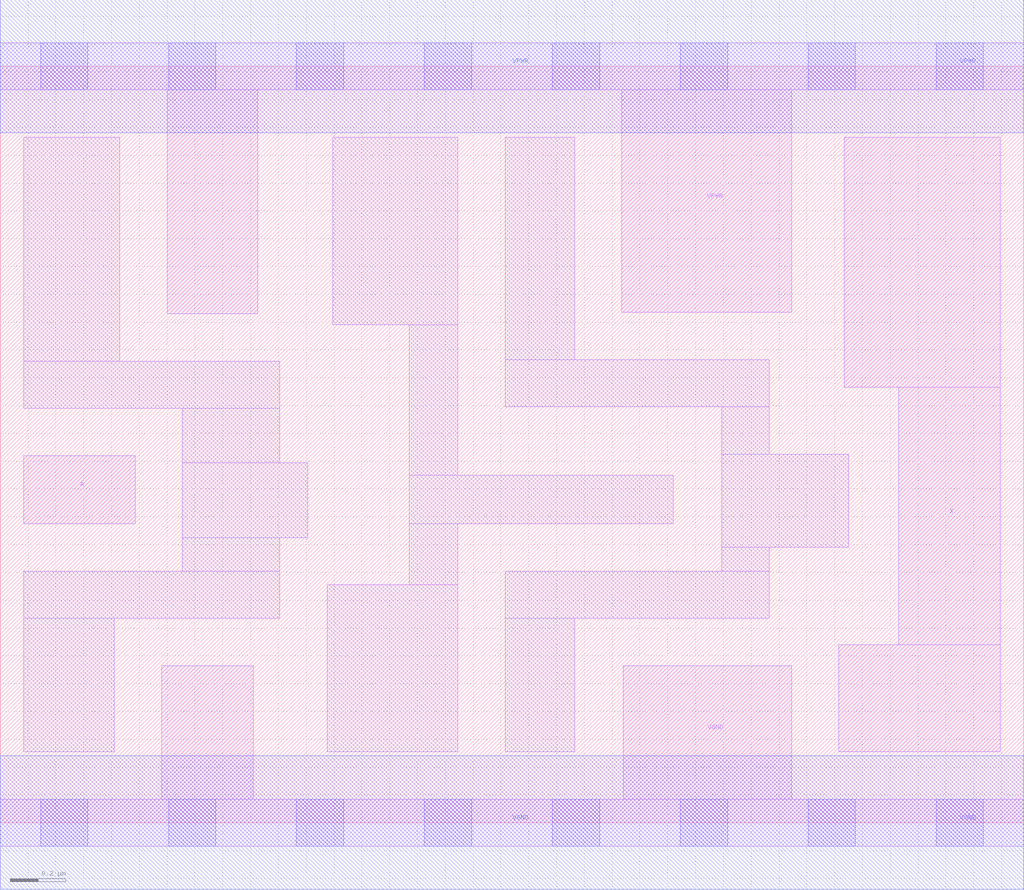
<source format=lef>
# Copyright 2020 The SkyWater PDK Authors
#
# Licensed under the Apache License, Version 2.0 (the "License");
# you may not use this file except in compliance with the License.
# You may obtain a copy of the License at
#
#     https://www.apache.org/licenses/LICENSE-2.0
#
# Unless required by applicable law or agreed to in writing, software
# distributed under the License is distributed on an "AS IS" BASIS,
# WITHOUT WARRANTIES OR CONDITIONS OF ANY KIND, either express or implied.
# See the License for the specific language governing permissions and
# limitations under the License.
#
# SPDX-License-Identifier: Apache-2.0

VERSION 5.7 ;
  NAMESCASESENSITIVE ON ;
  NOWIREEXTENSIONATPIN ON ;
  DIVIDERCHAR "/" ;
  BUSBITCHARS "[]" ;
UNITS
  DATABASE MICRONS 200 ;
END UNITS
MACRO sky130_fd_sc_hd__clkdlybuf4s25_1
  CLASS CORE ;
  SOURCE USER ;
  FOREIGN sky130_fd_sc_hd__clkdlybuf4s25_1 ;
  ORIGIN  0.000000  0.000000 ;
  SIZE  3.680000 BY  2.720000 ;
  SYMMETRY X Y R90 ;
  SITE unithd ;
  PIN A
    ANTENNAGATEAREA  0.213000 ;
    DIRECTION INPUT ;
    USE SIGNAL ;
    PORT
      LAYER li1 ;
        RECT 0.085000 1.075000 0.485000 1.320000 ;
    END
  END A
  PIN X
    ANTENNADIFFAREA  0.702900 ;
    DIRECTION OUTPUT ;
    USE SIGNAL ;
    PORT
      LAYER li1 ;
        RECT 3.015000 0.255000 3.595000 0.640000 ;
        RECT 3.035000 1.565000 3.595000 2.465000 ;
        RECT 3.230000 0.640000 3.595000 1.565000 ;
    END
  END X
  PIN VGND
    DIRECTION INOUT ;
    SHAPE ABUTMENT ;
    USE GROUND ;
    PORT
      LAYER li1 ;
        RECT 0.000000 -0.085000 3.680000 0.085000 ;
        RECT 0.580000  0.085000 0.910000 0.565000 ;
        RECT 2.240000  0.085000 2.845000 0.565000 ;
      LAYER mcon ;
        RECT 0.145000 -0.085000 0.315000 0.085000 ;
        RECT 0.605000 -0.085000 0.775000 0.085000 ;
        RECT 1.065000 -0.085000 1.235000 0.085000 ;
        RECT 1.525000 -0.085000 1.695000 0.085000 ;
        RECT 1.985000 -0.085000 2.155000 0.085000 ;
        RECT 2.445000 -0.085000 2.615000 0.085000 ;
        RECT 2.905000 -0.085000 3.075000 0.085000 ;
        RECT 3.365000 -0.085000 3.535000 0.085000 ;
      LAYER met1 ;
        RECT 0.000000 -0.240000 3.680000 0.240000 ;
    END
  END VGND
  PIN VPWR
    DIRECTION INOUT ;
    SHAPE ABUTMENT ;
    USE POWER ;
    PORT
      LAYER li1 ;
        RECT 0.000000 2.635000 3.680000 2.805000 ;
        RECT 0.600000 1.830000 0.925000 2.635000 ;
        RECT 2.235000 1.835000 2.845000 2.635000 ;
      LAYER mcon ;
        RECT 0.145000 2.635000 0.315000 2.805000 ;
        RECT 0.605000 2.635000 0.775000 2.805000 ;
        RECT 1.065000 2.635000 1.235000 2.805000 ;
        RECT 1.525000 2.635000 1.695000 2.805000 ;
        RECT 1.985000 2.635000 2.155000 2.805000 ;
        RECT 2.445000 2.635000 2.615000 2.805000 ;
        RECT 2.905000 2.635000 3.075000 2.805000 ;
        RECT 3.365000 2.635000 3.535000 2.805000 ;
      LAYER met1 ;
        RECT 0.000000 2.480000 3.680000 2.960000 ;
    END
  END VPWR
  OBS
    LAYER li1 ;
      RECT 0.085000 0.255000 0.410000 0.735000 ;
      RECT 0.085000 0.735000 1.005000 0.905000 ;
      RECT 0.085000 1.490000 1.005000 1.660000 ;
      RECT 0.085000 1.660000 0.430000 2.465000 ;
      RECT 0.655000 0.905000 1.005000 1.025000 ;
      RECT 0.655000 1.025000 1.105000 1.295000 ;
      RECT 0.655000 1.295000 1.005000 1.490000 ;
      RECT 1.175000 0.255000 1.645000 0.855000 ;
      RECT 1.195000 1.790000 1.645000 2.465000 ;
      RECT 1.470000 0.855000 1.645000 1.075000 ;
      RECT 1.470000 1.075000 2.420000 1.250000 ;
      RECT 1.470000 1.250000 1.645000 1.790000 ;
      RECT 1.815000 0.255000 2.065000 0.735000 ;
      RECT 1.815000 0.735000 2.765000 0.905000 ;
      RECT 1.815000 1.495000 2.765000 1.665000 ;
      RECT 1.815000 1.665000 2.065000 2.465000 ;
      RECT 2.595000 0.905000 2.765000 0.990000 ;
      RECT 2.595000 0.990000 3.050000 1.325000 ;
      RECT 2.595000 1.325000 2.765000 1.495000 ;
  END
END sky130_fd_sc_hd__clkdlybuf4s25_1

</source>
